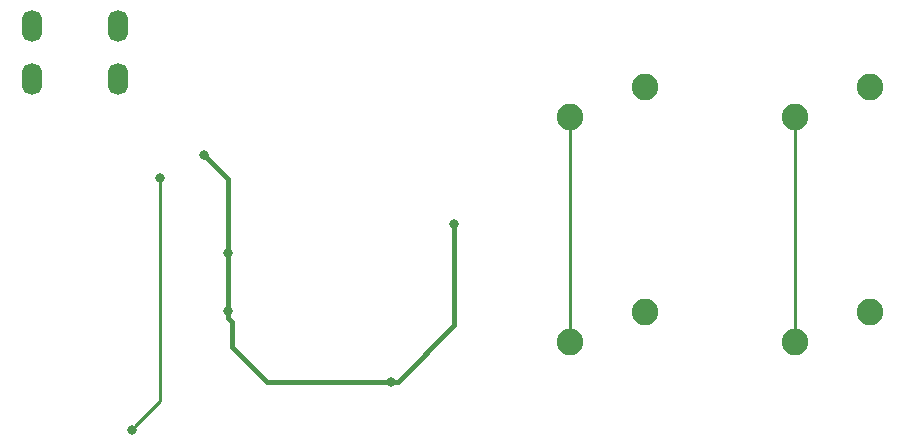
<source format=gbr>
G04 #@! TF.GenerationSoftware,KiCad,Pcbnew,(5.1.5)-3*
G04 #@! TF.CreationDate,2019-12-18T23:42:08-07:00*
G04 #@! TF.ProjectId,MiniV1,4d696e69-5631-42e6-9b69-6361645f7063,rev?*
G04 #@! TF.SameCoordinates,Original*
G04 #@! TF.FileFunction,Copper,L1,Top*
G04 #@! TF.FilePolarity,Positive*
%FSLAX46Y46*%
G04 Gerber Fmt 4.6, Leading zero omitted, Abs format (unit mm)*
G04 Created by KiCad (PCBNEW (5.1.5)-3) date 2019-12-18 23:42:08*
%MOMM*%
%LPD*%
G04 APERTURE LIST*
%ADD10O,1.700000X2.700000*%
%ADD11C,2.250000*%
%ADD12C,0.800000*%
%ADD13C,0.381000*%
%ADD14C,0.254000*%
G04 APERTURE END LIST*
D10*
X79154000Y-54864000D03*
X86454000Y-54864000D03*
X86454000Y-59364000D03*
X79154000Y-59364000D03*
D11*
X143827500Y-81597500D03*
X150177500Y-79057500D03*
X124777500Y-81597500D03*
X131127500Y-79057500D03*
X143827500Y-62547500D03*
X150177500Y-60007500D03*
X124777500Y-62547500D03*
X131127500Y-60007500D03*
D12*
X93726000Y-65786000D03*
X95758000Y-78994000D03*
X109601000Y-84963000D03*
X114935000Y-71628000D03*
X95758000Y-74041000D03*
X87630000Y-89027000D03*
X90043000Y-67691000D03*
D13*
X93726000Y-65786000D02*
X95758000Y-67818000D01*
X95758000Y-79559685D02*
X96139000Y-79940685D01*
X95758000Y-78994000D02*
X95758000Y-79559685D01*
X96139000Y-79940685D02*
X96139000Y-82042000D01*
X96139000Y-82042000D02*
X99060000Y-84963000D01*
X99060000Y-84963000D02*
X109601000Y-84963000D01*
X110166685Y-84963000D02*
X114935000Y-80194685D01*
X109601000Y-84963000D02*
X110166685Y-84963000D01*
X114935000Y-80194685D02*
X114935000Y-71628000D01*
X95758000Y-67818000D02*
X95758000Y-74041000D01*
X95758000Y-74041000D02*
X95758000Y-78994000D01*
D14*
X124777500Y-64138490D02*
X124777500Y-81597500D01*
X124777500Y-62547500D02*
X124777500Y-64138490D01*
X143827500Y-62547500D02*
X143827500Y-81597500D01*
X87630000Y-89027000D02*
X88029999Y-88627001D01*
X88029999Y-88627001D02*
X90043000Y-86614000D01*
X90043000Y-86614000D02*
X90043000Y-67691000D01*
M02*

</source>
